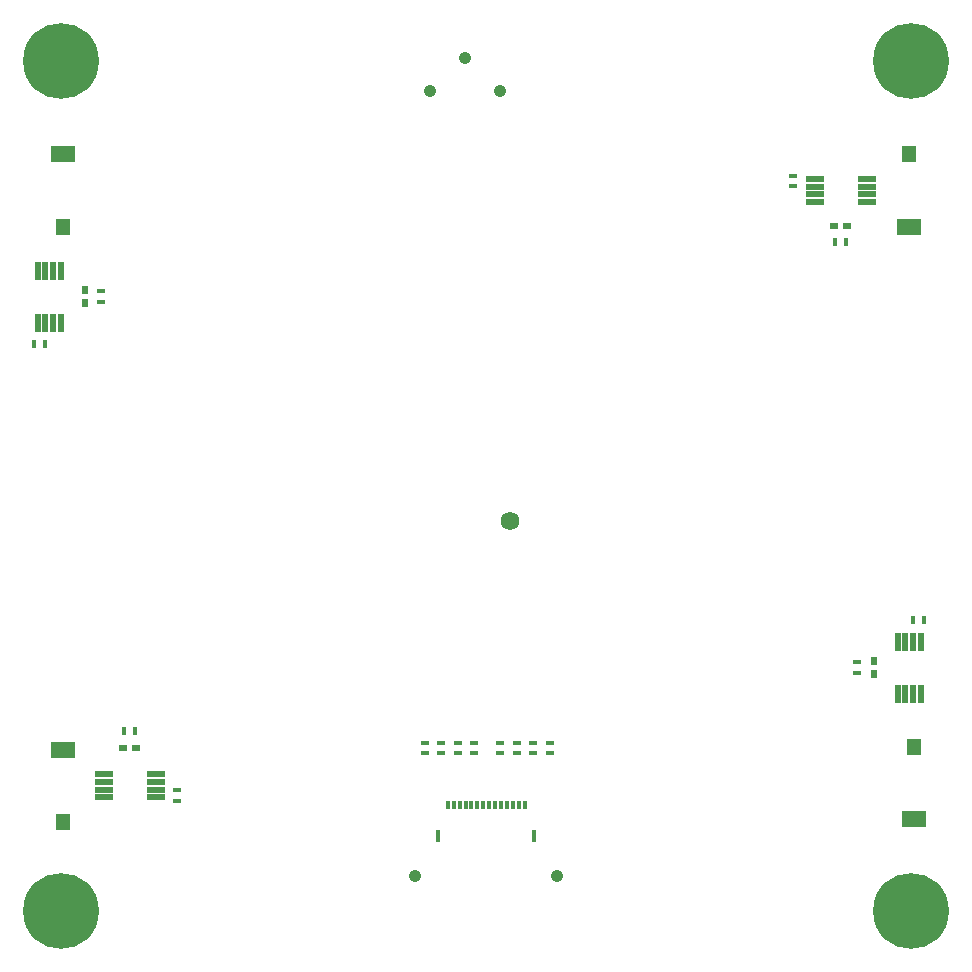
<source format=gbr>
G04 #@! TF.FileFunction,Soldermask,Top*
%FSLAX46Y46*%
G04 Gerber Fmt 4.6, Leading zero omitted, Abs format (unit mm)*
G04 Created by KiCad (PCBNEW 4.0.7-e2-6376~58~ubuntu16.04.1) date Wed Mar 21 23:17:45 2018*
%MOMM*%
%LPD*%
G01*
G04 APERTURE LIST*
%ADD10C,0.100000*%
%ADD11C,1.060000*%
%ADD12R,0.360000X0.760000*%
%ADD13R,0.360000X1.060000*%
%ADD14C,1.584000*%
%ADD15R,0.560000X0.660000*%
%ADD16R,0.660000X0.560000*%
%ADD17R,1.260000X1.460000*%
%ADD18R,2.060000X1.460000*%
%ADD19C,6.410000*%
%ADD20R,0.660000X0.460000*%
%ADD21R,0.460000X0.660000*%
%ADD22R,1.510000X0.510000*%
%ADD23R,0.510000X1.510000*%
G04 APERTURE END LIST*
D10*
D11*
X148200000Y-63800000D03*
X151200000Y-66600000D03*
X156000000Y-133000000D03*
D12*
X149750000Y-127000000D03*
X149250000Y-127000000D03*
X148750000Y-127000000D03*
X148250000Y-127000000D03*
X147750000Y-127000000D03*
X147250000Y-127000000D03*
X146750000Y-127000000D03*
X153250000Y-127000000D03*
X151750000Y-127000000D03*
X152250000Y-127000000D03*
X152750000Y-127000000D03*
X151250000Y-127000000D03*
X150750000Y-127000000D03*
X150250000Y-127000000D03*
D13*
X145960000Y-129650000D03*
X154040000Y-129650000D03*
D14*
X152000000Y-103000000D03*
D15*
X116000000Y-84550000D03*
X116000000Y-83450000D03*
D16*
X179450000Y-78000000D03*
X180550000Y-78000000D03*
D15*
X182800000Y-114850000D03*
X182800000Y-115950000D03*
D16*
X120350000Y-122200000D03*
X119250000Y-122200000D03*
D17*
X114200000Y-78050000D03*
D18*
X114200000Y-71950000D03*
D17*
X185800000Y-71950000D03*
D18*
X185800000Y-78050000D03*
D17*
X186200000Y-122150000D03*
D18*
X186200000Y-128250000D03*
D17*
X114200000Y-128450000D03*
D18*
X114200000Y-122350000D03*
D19*
X114000000Y-136000000D03*
X186000000Y-136000000D03*
X114000000Y-64000000D03*
X186000000Y-64000000D03*
D20*
X117400000Y-84450000D03*
X117400000Y-83550000D03*
D21*
X112650000Y-88000000D03*
X111750000Y-88000000D03*
X179550000Y-79400000D03*
X180450000Y-79400000D03*
D20*
X176000000Y-74650000D03*
X176000000Y-73750000D03*
X181400000Y-114950000D03*
X181400000Y-115850000D03*
D21*
X186150000Y-111400000D03*
X187050000Y-111400000D03*
X120250000Y-120800000D03*
X119350000Y-120800000D03*
D20*
X123800000Y-125750000D03*
X123800000Y-126650000D03*
X144800000Y-121750000D03*
X144800000Y-122650000D03*
X151200000Y-121750000D03*
X151200000Y-122650000D03*
X146200000Y-121750000D03*
X146200000Y-122650000D03*
X152600000Y-121750000D03*
X152600000Y-122650000D03*
X147600000Y-121750000D03*
X147600000Y-122650000D03*
X154000000Y-121750000D03*
X154000000Y-122650000D03*
X149000000Y-121750000D03*
X149000000Y-122650000D03*
X155400000Y-121750000D03*
X155400000Y-122650000D03*
D11*
X144000000Y-133000000D03*
X145200000Y-66600000D03*
D22*
X117600000Y-125075000D03*
X117600000Y-124425000D03*
X117600000Y-125725000D03*
X117600000Y-126375000D03*
X122000000Y-124425000D03*
X122000000Y-125075000D03*
X122000000Y-125725000D03*
X122000000Y-126375000D03*
D23*
X185475000Y-117600000D03*
X184825000Y-117600000D03*
X186125000Y-117600000D03*
X186775000Y-117600000D03*
X184825000Y-113200000D03*
X185475000Y-113200000D03*
X186125000Y-113200000D03*
X186775000Y-113200000D03*
D22*
X182200000Y-75325000D03*
X182200000Y-75975000D03*
X182200000Y-74675000D03*
X182200000Y-74025000D03*
X177800000Y-75975000D03*
X177800000Y-75325000D03*
X177800000Y-74675000D03*
X177800000Y-74025000D03*
D23*
X113325000Y-81800000D03*
X113975000Y-81800000D03*
X112675000Y-81800000D03*
X112025000Y-81800000D03*
X113975000Y-86200000D03*
X113325000Y-86200000D03*
X112675000Y-86200000D03*
X112025000Y-86200000D03*
M02*

</source>
